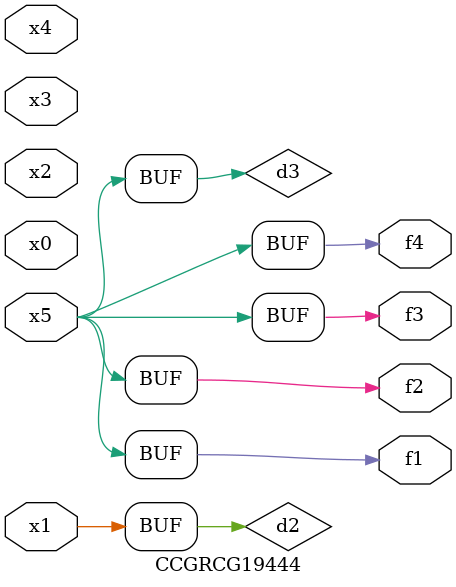
<source format=v>
module CCGRCG19444(
	input x0, x1, x2, x3, x4, x5,
	output f1, f2, f3, f4
);

	wire d1, d2, d3;

	not (d1, x5);
	or (d2, x1);
	xnor (d3, d1);
	assign f1 = d3;
	assign f2 = d3;
	assign f3 = d3;
	assign f4 = d3;
endmodule

</source>
